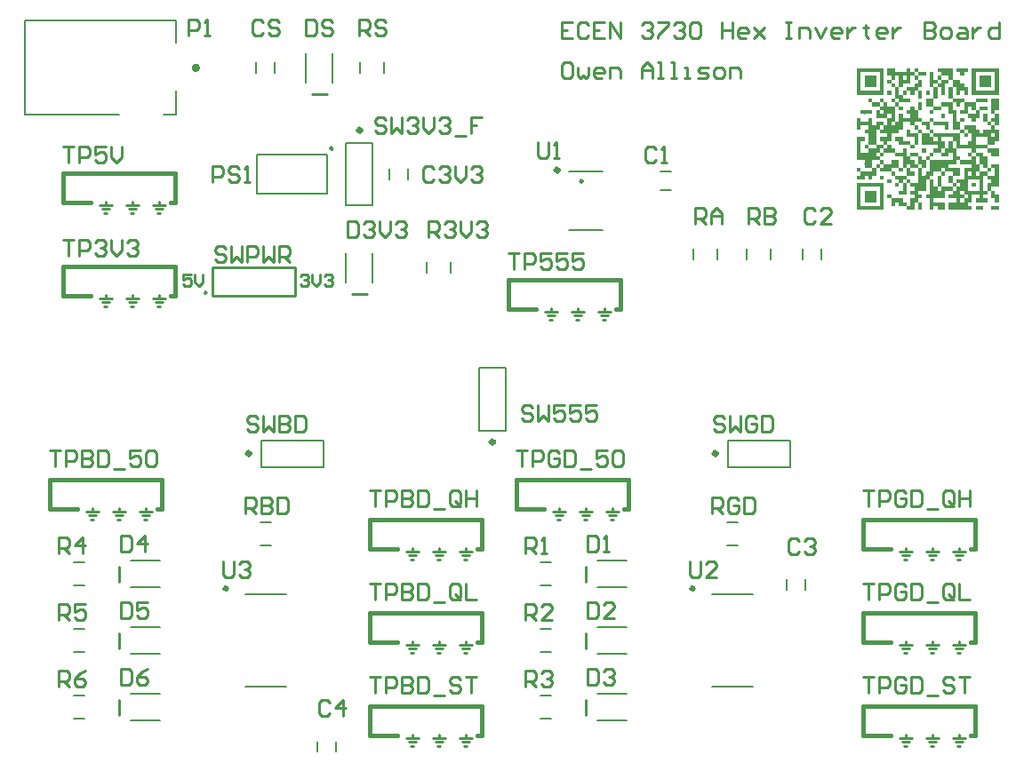
<source format=gto>
G04*
G04 #@! TF.GenerationSoftware,Altium Limited,Altium Designer,25.2.1 (25)*
G04*
G04 Layer_Color=65535*
%FSLAX25Y25*%
%MOIN*%
G70*
G04*
G04 #@! TF.SameCoordinates,99A0EC09-0DB1-4406-8349-B672291F68DE*
G04*
G04*
G04 #@! TF.FilePolarity,Positive*
G04*
G01*
G75*
%ADD10C,0.02000*%
%ADD11C,0.01575*%
%ADD12C,0.01500*%
%ADD13C,0.00600*%
%ADD14C,0.01000*%
%ADD15C,0.01181*%
%ADD16C,0.00787*%
%ADD17C,0.00500*%
%ADD18C,0.00787*%
G36*
X336802Y268376D02*
X338277D01*
Y266901D01*
X339693D01*
Y265485D01*
X341109D01*
Y264069D01*
X341168D01*
Y264010D01*
X341109D01*
Y262594D01*
X339693D01*
Y261178D01*
X341109D01*
Y259762D01*
X341168D01*
Y259703D01*
X341109D01*
Y258287D01*
X339693D01*
Y259172D01*
Y259231D01*
Y261178D01*
X338277D01*
Y259703D01*
X336802D01*
Y261178D01*
X335386D01*
Y262594D01*
X338218D01*
Y262653D01*
X338277D01*
Y263420D01*
Y263479D01*
Y264069D01*
X339693D01*
Y265485D01*
X338277D01*
Y266252D01*
Y266311D01*
Y266901D01*
X336802D01*
Y264069D01*
X333970D01*
Y264010D01*
X333911D01*
Y262594D01*
X332495D01*
Y263420D01*
Y263479D01*
Y266901D01*
X331079D01*
Y265485D01*
X329604D01*
Y266901D01*
X328188D01*
Y269792D01*
X331079D01*
Y268376D01*
X335386D01*
Y269792D01*
X336802D01*
Y268376D01*
D02*
G37*
G36*
X358396D02*
X356980D01*
Y266901D01*
X355505D01*
Y268376D01*
X354089D01*
Y269792D01*
X358396D01*
Y268376D01*
D02*
G37*
G36*
X339693D02*
X342584D01*
Y266901D01*
X339693D01*
Y268376D01*
X338277D01*
Y269674D01*
Y269733D01*
Y269792D01*
X339693D01*
Y268376D01*
D02*
G37*
G36*
X369901Y259762D02*
X359871D01*
Y269792D01*
X369901D01*
Y259762D01*
D02*
G37*
G36*
X326713D02*
X316683D01*
Y269792D01*
X326713D01*
Y259762D01*
D02*
G37*
G36*
X352673Y265485D02*
X355505D01*
Y264069D01*
X356980D01*
Y262594D01*
X358396D01*
Y259703D01*
X356980D01*
Y261178D01*
X355505D01*
Y259703D01*
X354089D01*
Y262594D01*
X352673D01*
Y261768D01*
Y261709D01*
Y258287D01*
X356980D01*
Y256871D01*
X361287D01*
Y253980D01*
X362703D01*
Y251089D01*
X361287D01*
Y249673D01*
X359812D01*
Y251089D01*
X358396D01*
Y252564D01*
X356980D01*
Y252505D01*
X356921D01*
Y252564D01*
X355505D01*
Y253980D01*
X356980D01*
Y255396D01*
X356921D01*
Y255455D01*
X356980D01*
Y256812D01*
X356921D01*
Y256871D01*
X355564D01*
Y256812D01*
X355505D01*
Y255396D01*
X354089D01*
Y256871D01*
X352673D01*
Y258287D01*
X351198D01*
Y262594D01*
X352614D01*
Y262653D01*
X352673D01*
Y264010D01*
X352614D01*
Y264069D01*
X352673D01*
Y265485D01*
X351198D01*
Y266901D01*
X348307D01*
Y268081D01*
Y268140D01*
Y268376D01*
X346891D01*
Y269792D01*
X352673D01*
Y265485D01*
D02*
G37*
G36*
X345475Y265544D02*
Y265485D01*
X346891D01*
Y264069D01*
X348307D01*
Y265485D01*
X346891D01*
Y265898D01*
Y265957D01*
Y266901D01*
X348307D01*
Y265485D01*
X351198D01*
Y264069D01*
X349782D01*
Y259703D01*
X348307D01*
Y262594D01*
X346891D01*
Y264069D01*
X345475D01*
Y262594D01*
X346891D01*
Y259703D01*
Y259644D01*
Y258287D01*
X345475D01*
Y259703D01*
X345416D01*
Y259762D01*
X345475D01*
Y262594D01*
X344000D01*
Y268376D01*
X345475D01*
Y265544D01*
D02*
G37*
G36*
X344000Y259703D02*
X342584D01*
Y261178D01*
X344000D01*
Y259703D01*
D02*
G37*
G36*
X335386Y260942D02*
Y260883D01*
Y259703D01*
X333911D01*
Y261178D01*
X335386D01*
Y260942D01*
D02*
G37*
G36*
X329604Y259703D02*
X328188D01*
Y261178D01*
X329604D01*
Y259703D01*
D02*
G37*
G36*
X365594Y256871D02*
X364178D01*
Y256812D01*
X364119D01*
Y256871D01*
X361287D01*
Y257815D01*
Y257874D01*
Y258287D01*
X365594D01*
Y256871D01*
D02*
G37*
G36*
X329604Y265190D02*
Y265131D01*
Y264069D01*
X331079D01*
Y263184D01*
Y263125D01*
Y262594D01*
X332495D01*
Y259762D01*
X332554D01*
Y259703D01*
X333911D01*
Y258346D01*
X333970D01*
Y258287D01*
X336802D01*
Y256871D01*
X333970D01*
Y256812D01*
X333911D01*
Y256871D01*
X332495D01*
Y258287D01*
X331079D01*
Y259703D01*
X331020D01*
Y259762D01*
X331079D01*
Y262594D01*
X329604D01*
Y264069D01*
X328188D01*
Y265485D01*
X329604D01*
Y265190D01*
D02*
G37*
G36*
X364178Y255396D02*
X365594D01*
Y254334D01*
Y254275D01*
Y253980D01*
X362703D01*
Y255396D01*
X364119D01*
Y255455D01*
X364178D01*
Y255396D01*
D02*
G37*
G36*
X345475Y255514D02*
Y255455D01*
Y255396D01*
X348307D01*
Y253980D01*
X345475D01*
Y255396D01*
X342584D01*
Y258287D01*
X345475D01*
Y255514D01*
D02*
G37*
G36*
X341109Y256222D02*
Y256163D01*
Y255455D01*
X341168D01*
Y255396D01*
X341109D01*
Y253980D01*
X339693D01*
Y256871D01*
X341109D01*
Y256222D01*
D02*
G37*
G36*
X345475Y252564D02*
X344000D01*
Y253980D01*
X345475D01*
Y252564D01*
D02*
G37*
G36*
X322406Y253921D02*
Y252564D01*
X319574D01*
Y252505D01*
X319515D01*
Y252564D01*
X318099D01*
Y253980D01*
X322406D01*
Y253921D01*
D02*
G37*
G36*
X349782Y251089D02*
X348307D01*
Y252564D01*
X349782D01*
Y251089D01*
D02*
G37*
G36*
X369901Y253980D02*
X368485D01*
Y252564D01*
X369901D01*
Y248198D01*
X368485D01*
Y249673D01*
X367069D01*
Y249614D01*
X367010D01*
Y248257D01*
X367069D01*
Y248198D01*
X368485D01*
Y246782D01*
X369901D01*
Y242475D01*
X368485D01*
Y241000D01*
X365594D01*
Y243891D01*
X361287D01*
Y241000D01*
X362703D01*
Y241059D01*
X362762D01*
Y241000D01*
X364119D01*
Y241059D01*
X364178D01*
Y241000D01*
X365594D01*
Y239584D01*
X369901D01*
Y237460D01*
Y237401D01*
Y236693D01*
X367010D01*
Y238168D01*
X365594D01*
Y239584D01*
X361287D01*
Y238168D01*
X364178D01*
Y236693D01*
X365594D01*
Y232386D01*
X367010D01*
Y231147D01*
Y231088D01*
Y230970D01*
X365594D01*
Y232386D01*
X364178D01*
Y233802D01*
X362703D01*
Y236693D01*
X361287D01*
Y238168D01*
X359871D01*
Y238109D01*
X359812D01*
Y236752D01*
X359871D01*
Y236693D01*
X361287D01*
Y233802D01*
X362703D01*
Y230970D01*
X365594D01*
Y229495D01*
X367010D01*
Y229554D01*
X367069D01*
Y229495D01*
X368426D01*
Y229554D01*
X368485D01*
Y232386D01*
X367010D01*
Y233802D01*
X368426D01*
Y233861D01*
X368485D01*
Y233802D01*
X369901D01*
Y225188D01*
X367010D01*
Y223772D01*
X368485D01*
Y222297D01*
X369901D01*
Y219465D01*
X368485D01*
Y220881D01*
X367010D01*
Y223772D01*
X365594D01*
Y226663D01*
X367010D01*
Y228079D01*
X365594D01*
Y229495D01*
X364178D01*
Y223772D01*
X365594D01*
Y222297D01*
X364178D01*
Y220881D01*
X365594D01*
Y219465D01*
X364178D01*
Y219406D01*
X364119D01*
Y219465D01*
X362762D01*
Y219406D01*
X362703D01*
Y219465D01*
X361287D01*
Y220881D01*
X362703D01*
Y222297D01*
X359812D01*
Y220881D01*
X359871D01*
Y220822D01*
X359812D01*
Y219465D01*
X358455D01*
Y219406D01*
X358396D01*
Y217990D01*
X359812D01*
Y216574D01*
X351198D01*
Y219465D01*
X354089D01*
Y220881D01*
X351198D01*
Y222297D01*
X352614D01*
Y222356D01*
X352673D01*
Y223713D01*
X352614D01*
Y223772D01*
X349782D01*
Y220881D01*
X345475D01*
Y219465D01*
X349782D01*
Y216574D01*
X346891D01*
Y217990D01*
X345475D01*
Y216574D01*
X344000D01*
Y220881D01*
X342584D01*
Y222297D01*
X344000D01*
Y228079D01*
X342584D01*
Y223772D01*
X339693D01*
Y222297D01*
X341109D01*
Y220881D01*
X339693D01*
Y219465D01*
X341109D01*
Y218049D01*
X341168D01*
Y217990D01*
X341109D01*
Y216574D01*
X339693D01*
Y219465D01*
X338277D01*
Y216574D01*
X335386D01*
Y217990D01*
X332495D01*
Y219111D01*
Y219170D01*
Y219465D01*
X331079D01*
Y217990D01*
X329604D01*
Y220881D01*
X328188D01*
Y222297D01*
X329604D01*
Y220881D01*
X333911D01*
Y219465D01*
X335386D01*
Y217990D01*
X336802D01*
Y220881D01*
X338277D01*
Y222297D01*
X336802D01*
Y223772D01*
X338277D01*
Y225188D01*
X336802D01*
Y226663D01*
X335386D01*
Y228079D01*
X333970D01*
Y228020D01*
X333911D01*
Y226781D01*
Y226722D01*
Y226663D01*
X335386D01*
Y223536D01*
Y223477D01*
Y222297D01*
X332495D01*
Y223772D01*
X333911D01*
Y226663D01*
X332554D01*
Y226604D01*
X332495D01*
Y225188D01*
X331079D01*
Y226663D01*
X332495D01*
Y228079D01*
X331079D01*
Y229495D01*
X329604D01*
Y230970D01*
X326772D01*
Y230911D01*
X326713D01*
Y230970D01*
X325297D01*
Y232386D01*
X323881D01*
Y233802D01*
X325297D01*
Y232386D01*
X326713D01*
Y232445D01*
X326772D01*
Y232563D01*
Y232622D01*
Y233802D01*
X325297D01*
Y234215D01*
Y234274D01*
Y235277D01*
X322465D01*
Y235218D01*
X322406D01*
Y233861D01*
X322465D01*
Y233802D01*
X322406D01*
Y232386D01*
X323881D01*
Y231442D01*
Y231383D01*
Y229495D01*
X322406D01*
Y228079D01*
X320990D01*
Y229495D01*
X319574D01*
Y228079D01*
X316683D01*
Y229495D01*
X318099D01*
Y230970D01*
X316683D01*
Y232032D01*
Y232091D01*
Y232386D01*
X318099D01*
Y230970D01*
X322406D01*
Y232386D01*
X319574D01*
Y233802D01*
X319515D01*
Y233861D01*
X319574D01*
Y235218D01*
X319515D01*
Y235277D01*
X316683D01*
Y243891D01*
X319574D01*
Y242475D01*
X318099D01*
Y238168D01*
X320990D01*
Y239584D01*
X319574D01*
Y241000D01*
X320990D01*
Y239584D01*
X323881D01*
Y241000D01*
X320990D01*
Y245366D01*
X319574D01*
Y246782D01*
X320990D01*
Y248198D01*
X318099D01*
Y246782D01*
X316683D01*
Y247549D01*
Y247608D01*
Y251089D01*
X318099D01*
Y249673D01*
X320990D01*
Y251089D01*
X322406D01*
Y249673D01*
X322465D01*
Y249614D01*
X322406D01*
Y248257D01*
X322465D01*
Y248198D01*
X323822D01*
Y248257D01*
X323881D01*
Y249673D01*
X326772D01*
Y248198D01*
X328188D01*
Y251089D01*
X323881D01*
Y253980D01*
X325297D01*
Y252564D01*
X326772D01*
Y253921D01*
X326713D01*
Y253980D01*
X325297D01*
Y255396D01*
X322406D01*
Y256871D01*
X320990D01*
Y257756D01*
Y257815D01*
Y258287D01*
X322406D01*
Y256871D01*
X325297D01*
Y255396D01*
X326713D01*
Y255455D01*
X326772D01*
Y256812D01*
X326713D01*
Y256871D01*
X325297D01*
Y258287D01*
X326772D01*
Y256871D01*
X328188D01*
Y255396D01*
X329604D01*
Y255455D01*
X329663D01*
Y255396D01*
X331020D01*
Y255455D01*
X331079D01*
Y256812D01*
X331020D01*
Y256871D01*
X329604D01*
Y258287D01*
X331079D01*
Y256871D01*
X332495D01*
Y255396D01*
X333911D01*
Y255278D01*
Y255219D01*
Y253980D01*
X332495D01*
Y255396D01*
X331079D01*
Y249673D01*
X332495D01*
Y252564D01*
X333911D01*
Y251148D01*
X333970D01*
Y251089D01*
X336802D01*
Y252564D01*
X335386D01*
Y253980D01*
X336802D01*
Y255396D01*
X338277D01*
Y253980D01*
X339693D01*
Y251089D01*
X341109D01*
Y249673D01*
X344000D01*
Y246782D01*
X345475D01*
Y245366D01*
X355505D01*
Y246782D01*
X352673D01*
Y248198D01*
X352614D01*
Y248257D01*
X352673D01*
Y249614D01*
X352614D01*
Y249673D01*
X352673D01*
Y251089D01*
X352614D01*
Y251148D01*
X352673D01*
Y252505D01*
X352614D01*
Y252564D01*
X351198D01*
Y255396D01*
X348307D01*
Y256871D01*
X352673D01*
Y253980D01*
X354089D01*
Y249673D01*
X355505D01*
Y248257D01*
X355564D01*
Y248198D01*
X355505D01*
Y246782D01*
X356980D01*
Y245366D01*
X358396D01*
Y243891D01*
X356980D01*
Y245307D01*
X356921D01*
Y245366D01*
X355564D01*
Y245307D01*
X355505D01*
Y241059D01*
X355564D01*
Y241000D01*
X356921D01*
Y241059D01*
X356980D01*
Y241000D01*
X358396D01*
Y242475D01*
X359812D01*
Y245366D01*
X358396D01*
Y246782D01*
X356980D01*
Y248198D01*
X359812D01*
Y248257D01*
X359871D01*
Y248198D01*
X361287D01*
Y246782D01*
X362703D01*
Y245366D01*
X364178D01*
Y246782D01*
X367010D01*
Y248198D01*
X365594D01*
Y249673D01*
X364178D01*
Y252564D01*
X365594D01*
Y250381D01*
Y250322D01*
Y249673D01*
X367010D01*
Y251089D01*
X368485D01*
Y252505D01*
X368426D01*
Y252564D01*
X367010D01*
Y258287D01*
X369901D01*
Y253980D01*
D02*
G37*
G36*
X356980Y250204D02*
Y250145D01*
Y249673D01*
X355505D01*
Y251089D01*
X356980D01*
Y250204D01*
D02*
G37*
G36*
X345475Y249673D02*
X351198D01*
Y247431D01*
Y247372D01*
Y246782D01*
X349782D01*
Y248198D01*
X345475D01*
Y249614D01*
X345416D01*
Y249673D01*
X344000D01*
Y251089D01*
X345475D01*
Y249673D01*
D02*
G37*
G36*
X326772Y228846D02*
Y228787D01*
Y228079D01*
X325297D01*
Y229495D01*
X326772D01*
Y228846D01*
D02*
G37*
G36*
X329604Y226663D02*
X328188D01*
Y228079D01*
X329604D01*
Y226663D01*
D02*
G37*
G36*
X369901Y216574D02*
X367010D01*
Y217990D01*
X369901D01*
Y216574D01*
D02*
G37*
G36*
X364178Y216987D02*
Y216928D01*
Y216574D01*
X361287D01*
Y217990D01*
X364178D01*
Y216987D01*
D02*
G37*
G36*
X326713Y216574D02*
X316683D01*
Y226604D01*
X326713D01*
Y216574D01*
D02*
G37*
%LPC*%
G36*
X335386Y266901D02*
X333911D01*
Y265544D01*
X333970D01*
Y265485D01*
X335386D01*
Y266901D01*
D02*
G37*
G36*
X368485Y268376D02*
X361287D01*
Y261178D01*
X368485D01*
Y261473D01*
Y261532D01*
Y268376D01*
D02*
G37*
%LPD*%
G36*
X367010Y266370D02*
Y266311D01*
Y262594D01*
X362703D01*
Y266901D01*
X367010D01*
Y266370D01*
D02*
G37*
%LPC*%
G36*
X325297Y268376D02*
X318099D01*
Y261178D01*
X325297D01*
Y268376D01*
D02*
G37*
%LPD*%
G36*
X323881Y262594D02*
X319574D01*
Y266901D01*
X323881D01*
Y262594D01*
D02*
G37*
%LPC*%
G36*
X359812Y255396D02*
X358396D01*
Y252564D01*
X361287D01*
Y253980D01*
X359812D01*
Y255396D01*
D02*
G37*
G36*
X329604Y252564D02*
X328188D01*
Y251089D01*
X329604D01*
Y252564D01*
D02*
G37*
G36*
X331079Y249673D02*
X329663D01*
Y249614D01*
X329604D01*
Y248257D01*
X329663D01*
Y248198D01*
X331020D01*
Y248257D01*
X331079D01*
Y249673D01*
D02*
G37*
G36*
X326772Y248198D02*
X325297D01*
Y246782D01*
X326772D01*
Y248198D01*
D02*
G37*
G36*
X341109Y249673D02*
X338277D01*
Y248198D01*
X339693D01*
Y248021D01*
Y247962D01*
Y246782D01*
X341109D01*
Y245366D01*
X344000D01*
Y246782D01*
X342584D01*
Y248198D01*
X341109D01*
Y249673D01*
D02*
G37*
G36*
X336802D02*
X333970D01*
Y249614D01*
X333911D01*
Y248257D01*
X333970D01*
Y248198D01*
X333911D01*
Y246782D01*
X332495D01*
Y245366D01*
X331079D01*
Y245307D01*
X331020D01*
Y245366D01*
X329663D01*
Y245307D01*
X329604D01*
Y242475D01*
X328188D01*
Y241000D01*
X329604D01*
Y239584D01*
X331079D01*
Y238168D01*
X333911D01*
Y239584D01*
X335386D01*
Y236693D01*
X336802D01*
Y235277D01*
X338277D01*
Y233802D01*
X339693D01*
Y232386D01*
X341109D01*
Y230970D01*
X341168D01*
Y230911D01*
X341109D01*
Y229554D01*
X341168D01*
Y229495D01*
X342525D01*
Y229554D01*
X342584D01*
Y230970D01*
X344000D01*
Y235277D01*
X342584D01*
Y236693D01*
X344000D01*
Y235277D01*
X352673D01*
Y236693D01*
X352614D01*
Y236752D01*
X352673D01*
Y238109D01*
X352614D01*
Y238168D01*
X351257D01*
Y238109D01*
X351198D01*
Y236693D01*
X348307D01*
Y238168D01*
X345475D01*
Y239584D01*
X346891D01*
Y241000D01*
X341109D01*
Y245366D01*
X339693D01*
Y245543D01*
Y245602D01*
Y246782D01*
X338277D01*
Y248198D01*
X336802D01*
Y249673D01*
D02*
G37*
G36*
X368426Y245366D02*
X367069D01*
Y245307D01*
X367010D01*
Y243950D01*
X367069D01*
Y243891D01*
X368485D01*
Y244481D01*
Y244540D01*
Y245307D01*
X368426D01*
Y245366D01*
D02*
G37*
G36*
X345416D02*
X344059D01*
Y245307D01*
X344000D01*
Y243891D01*
X345416D01*
Y243950D01*
X345475D01*
Y245130D01*
Y245189D01*
Y245307D01*
X345416D01*
Y245366D01*
D02*
G37*
G36*
X346891Y243891D02*
X345475D01*
Y243124D01*
Y243065D01*
Y242475D01*
X346891D01*
Y243891D01*
D02*
G37*
G36*
X325297Y246782D02*
X323881D01*
Y241000D01*
X326713D01*
Y241059D01*
X326772D01*
Y242416D01*
X326713D01*
Y242475D01*
X325297D01*
Y243891D01*
X328188D01*
Y245307D01*
X328129D01*
Y245366D01*
X326772D01*
Y245307D01*
X326713D01*
Y245366D01*
X325297D01*
Y246782D01*
D02*
G37*
G36*
X328188Y241000D02*
X326772D01*
Y239584D01*
X328188D01*
Y241000D01*
D02*
G37*
G36*
X349782Y239584D02*
X348307D01*
Y238168D01*
X349782D01*
Y239584D01*
D02*
G37*
G36*
X326772D02*
X325297D01*
Y238168D01*
X326772D01*
Y236693D01*
X325297D01*
Y238168D01*
X323881D01*
Y236693D01*
X325297D01*
Y235277D01*
X326772D01*
Y233802D01*
X328129D01*
Y233861D01*
X328188D01*
Y233802D01*
X329604D01*
Y235277D01*
X332495D01*
Y232386D01*
X333911D01*
Y230970D01*
X332495D01*
Y232386D01*
X329604D01*
Y230970D01*
X331079D01*
Y229495D01*
X333911D01*
Y229554D01*
X333970D01*
Y229495D01*
X335386D01*
Y228079D01*
X336802D01*
Y226663D01*
X339693D01*
Y232386D01*
X336802D01*
Y233802D01*
X335386D01*
Y232386D01*
X336802D01*
Y230970D01*
X338277D01*
Y229495D01*
X335386D01*
Y231029D01*
Y231088D01*
Y232386D01*
X333911D01*
Y236693D01*
X331079D01*
Y238109D01*
X331020D01*
Y238168D01*
X329663D01*
Y238109D01*
X329604D01*
Y238168D01*
X326772D01*
Y239584D01*
D02*
G37*
G36*
X352673Y243891D02*
X348307D01*
Y242475D01*
X349782D01*
Y239584D01*
X351198D01*
Y242475D01*
X352673D01*
Y239584D01*
X354089D01*
Y236693D01*
X355505D01*
Y235277D01*
X359812D01*
Y236693D01*
X358396D01*
Y238168D01*
X359812D01*
Y239584D01*
X354089D01*
Y242475D01*
X352673D01*
Y243891D01*
D02*
G37*
G36*
X362703Y230970D02*
X361287D01*
Y229495D01*
X362703D01*
Y230970D01*
D02*
G37*
G36*
X359812D02*
X358396D01*
Y229495D01*
X359812D01*
Y230970D01*
D02*
G37*
G36*
X349782Y232386D02*
X348307D01*
Y230970D01*
X349782D01*
Y229495D01*
X348307D01*
Y230970D01*
X345475D01*
Y229495D01*
X344000D01*
Y228079D01*
X345475D01*
Y225188D01*
X346891D01*
Y223772D01*
X348307D01*
Y225188D01*
X346891D01*
Y229495D01*
X348307D01*
Y226663D01*
X348366D01*
Y226604D01*
X348307D01*
Y225188D01*
X352614D01*
Y225247D01*
X352673D01*
Y226604D01*
X352614D01*
Y226663D01*
X351198D01*
Y229495D01*
X352614D01*
Y229554D01*
X352673D01*
Y230911D01*
X352614D01*
Y230970D01*
X349782D01*
Y232386D01*
D02*
G37*
G36*
X355505Y235277D02*
X354089D01*
Y233802D01*
X351198D01*
Y232386D01*
X355505D01*
Y230970D01*
X355564D01*
Y230911D01*
X355505D01*
Y229495D01*
X352673D01*
Y226663D01*
X354089D01*
Y225188D01*
X355505D01*
Y226663D01*
X354089D01*
Y228079D01*
X356980D01*
Y229495D01*
X356921D01*
Y229554D01*
X356980D01*
Y230911D01*
X356921D01*
Y230970D01*
X356980D01*
Y232386D01*
X359812D01*
Y233802D01*
X355505D01*
Y235277D01*
D02*
G37*
G36*
X362703Y228079D02*
X358396D01*
Y223772D01*
X362703D01*
Y228079D01*
D02*
G37*
G36*
X354089Y225188D02*
X352673D01*
Y223772D01*
X354089D01*
Y225188D01*
D02*
G37*
G36*
X356921Y223772D02*
X355564D01*
Y223713D01*
X355505D01*
Y223241D01*
Y223182D01*
Y222356D01*
X355564D01*
Y222297D01*
X356921D01*
Y222356D01*
X356980D01*
Y223713D01*
X356921D01*
Y223772D01*
D02*
G37*
G36*
X358396Y222297D02*
X356980D01*
Y221943D01*
Y221884D01*
Y220881D01*
X358396D01*
Y222297D01*
D02*
G37*
G36*
X356980Y220881D02*
X355505D01*
Y219465D01*
X356980D01*
Y220881D01*
D02*
G37*
%LPD*%
G36*
X336802Y245366D02*
X339693D01*
Y241000D01*
X338277D01*
Y239584D01*
X336802D01*
Y241000D01*
X332495D01*
Y242475D01*
X331079D01*
Y243891D01*
X333911D01*
Y242475D01*
X336802D01*
Y241059D01*
X336861D01*
Y241000D01*
X338218D01*
Y241059D01*
X338277D01*
Y243891D01*
X335386D01*
Y246782D01*
X336802D01*
Y245366D01*
D02*
G37*
G36*
X342584Y238168D02*
X341109D01*
Y239053D01*
Y239112D01*
Y239584D01*
X342584D01*
Y238168D01*
D02*
G37*
G36*
X345475Y237991D02*
Y237932D01*
Y236693D01*
X344000D01*
Y238168D01*
X345475D01*
Y237991D01*
D02*
G37*
G36*
X339693Y236693D02*
X341109D01*
Y235277D01*
X342584D01*
Y232386D01*
X341109D01*
Y233271D01*
Y233330D01*
Y233802D01*
X339693D01*
Y236693D01*
X336802D01*
Y238168D01*
X339693D01*
Y236693D01*
D02*
G37*
G36*
X361287Y226486D02*
Y226427D01*
Y225188D01*
X359812D01*
Y226663D01*
X361287D01*
Y226486D01*
D02*
G37*
%LPC*%
G36*
X325297Y225188D02*
X318099D01*
Y217990D01*
X325297D01*
Y225188D01*
D02*
G37*
%LPD*%
G36*
X323881Y219465D02*
X319574D01*
Y223772D01*
X323881D01*
Y219465D01*
D02*
G37*
D10*
X180500Y129500D02*
G03*
X180500Y129500I-500J0D01*
G01*
X130656Y246411D02*
G03*
X130656Y246411I-500J0D01*
G01*
X264089Y125155D02*
G03*
X264089Y125155I-500J0D01*
G01*
X89089D02*
G03*
X89089Y125155I-500J0D01*
G01*
X204764Y231500D02*
G03*
X204764Y231500I-492J0D01*
G01*
D11*
X69609Y269900D02*
G03*
X69609Y269900I-787J0D01*
G01*
D12*
X255500Y74500D02*
G03*
X255500Y74500I-500J0D01*
G01*
X80500D02*
G03*
X80500Y74500I-500J0D01*
G01*
X319000Y65500D02*
X361000D01*
Y54500D02*
Y65500D01*
X359500Y54500D02*
X361000D01*
X319000D02*
Y65500D01*
Y54500D02*
X329500D01*
X319000Y100500D02*
X361000D01*
Y89500D02*
Y100500D01*
X359500Y89500D02*
X361000D01*
X319000D02*
Y100500D01*
Y89500D02*
X329500D01*
X319000Y30500D02*
X361000D01*
Y19500D02*
Y30500D01*
X359500Y19500D02*
X361000D01*
X319000D02*
Y30500D01*
Y19500D02*
X329500D01*
X189000Y115500D02*
X231000D01*
Y104500D02*
Y115500D01*
X229500Y104500D02*
X231000D01*
X189000D02*
Y115500D01*
Y104500D02*
X199500D01*
X19000Y195500D02*
X61000D01*
Y184500D02*
Y195500D01*
X59500Y184500D02*
X61000D01*
X19000D02*
Y195500D01*
Y184500D02*
X29500D01*
X19000Y230500D02*
X61000D01*
Y219500D02*
Y230500D01*
X59500Y219500D02*
X61000D01*
X19000D02*
Y230500D01*
Y219500D02*
X29500D01*
X186000Y190500D02*
X228000D01*
Y179500D02*
Y190500D01*
X226500Y179500D02*
X228000D01*
X186000D02*
Y190500D01*
Y179500D02*
X196500D01*
X14000Y115500D02*
X56000D01*
Y104500D02*
Y115500D01*
X54500Y104500D02*
X56000D01*
X14000D02*
Y115500D01*
Y104500D02*
X24500D01*
X134000Y100500D02*
X176000D01*
Y89500D02*
Y100500D01*
X174500Y89500D02*
X176000D01*
X134000D02*
Y100500D01*
Y89500D02*
X144500D01*
X134000Y65500D02*
X176000D01*
Y54500D02*
Y65500D01*
X174500Y54500D02*
X176000D01*
X134000D02*
Y65500D01*
Y54500D02*
X144500D01*
X134000Y30500D02*
X176000D01*
Y19500D02*
Y30500D01*
X174500Y19500D02*
X176000D01*
X134000D02*
Y30500D01*
Y19500D02*
X144500D01*
D13*
X120207Y239606D02*
G03*
X120207Y239606I-707J0D01*
G01*
X114500Y13200D02*
Y17000D01*
X121500Y13200D02*
Y17000D01*
X290500Y74100D02*
Y77900D01*
X297500Y74100D02*
Y77900D01*
X91800Y237300D02*
X118200D01*
Y222700D02*
Y237300D01*
X91800Y222700D02*
X118200D01*
X91800D02*
Y237300D01*
X219400Y24882D02*
X230400D01*
X219300Y35118D02*
X230300D01*
X44400Y24882D02*
X55400D01*
X44300Y35118D02*
X55300D01*
X198100Y34488D02*
X201900D01*
X198100Y25512D02*
X201900D01*
X23100Y34488D02*
X26900D01*
X23100Y25512D02*
X26900D01*
X198100Y59488D02*
X201900D01*
X198100Y50512D02*
X201900D01*
X219400Y49882D02*
X230400D01*
X219300Y60118D02*
X230300D01*
X98500Y268100D02*
Y271900D01*
X91500Y268100D02*
Y271900D01*
X120118Y264400D02*
Y275400D01*
X109882Y264300D02*
Y275300D01*
X130512Y268100D02*
Y271900D01*
X139488Y268100D02*
Y271900D01*
X275512Y198100D02*
Y201900D01*
X284488Y198100D02*
Y201900D01*
X93100Y99488D02*
X96900D01*
X93100Y90512D02*
X96900D01*
X255512Y198100D02*
Y201900D01*
X264488Y198100D02*
Y201900D01*
X135118Y189400D02*
Y200400D01*
X124882Y189300D02*
Y200300D01*
X155512Y193100D02*
Y196900D01*
X164488Y193100D02*
Y196900D01*
X44400Y74882D02*
X55400D01*
X44300Y85118D02*
X55300D01*
X44400Y49882D02*
X55400D01*
X44300Y60118D02*
X55300D01*
X23100Y84488D02*
X26900D01*
X23100Y75512D02*
X26900D01*
X23100Y59488D02*
X26900D01*
X23100Y50512D02*
X26900D01*
X198100Y84488D02*
X201900D01*
X198100Y75512D02*
X201900D01*
X219400Y74882D02*
X230400D01*
X219300Y85118D02*
X230300D01*
X268100Y99488D02*
X271900D01*
X268100Y90512D02*
X271900D01*
X148500Y228100D02*
Y231900D01*
X141500Y228100D02*
Y231900D01*
X243100Y231000D02*
X246900D01*
X243100Y224000D02*
X246900D01*
X303500Y198100D02*
Y201900D01*
X296500Y198100D02*
Y201900D01*
D14*
X72894Y185504D02*
G03*
X72894Y185504I-394J0D01*
G01*
X354523Y50500D02*
X355250D01*
X353750Y52000D02*
X356250D01*
X355000Y53500D02*
Y54527D01*
X352750Y53500D02*
X357250D01*
X344523Y50500D02*
X345250D01*
X343750Y52000D02*
X346250D01*
X345000Y53500D02*
Y54527D01*
X342750Y53500D02*
X347250D01*
X334523Y50500D02*
X335250D01*
X333750Y52000D02*
X336250D01*
X335000Y53500D02*
Y54527D01*
X332750Y53500D02*
X337250D01*
X354523Y85500D02*
X355250D01*
X353750Y87000D02*
X356250D01*
X355000Y88500D02*
Y89527D01*
X352750Y88500D02*
X357250D01*
X344523Y85500D02*
X345250D01*
X343750Y87000D02*
X346250D01*
X345000Y88500D02*
Y89527D01*
X342750Y88500D02*
X347250D01*
X334523Y85500D02*
X335250D01*
X333750Y87000D02*
X336250D01*
X335000Y88500D02*
Y89527D01*
X332750Y88500D02*
X337250D01*
X354523Y15500D02*
X355250D01*
X353750Y17000D02*
X356250D01*
X355000Y18500D02*
Y19527D01*
X352750Y18500D02*
X357250D01*
X344523Y15500D02*
X345250D01*
X343750Y17000D02*
X346250D01*
X345000Y18500D02*
Y19527D01*
X342750Y18500D02*
X347250D01*
X334523Y15500D02*
X335250D01*
X333750Y17000D02*
X336250D01*
X335000Y18500D02*
Y19527D01*
X332750Y18500D02*
X337250D01*
X75000Y184500D02*
X106000D01*
X75000D02*
Y195000D01*
X106000Y184500D02*
Y195000D01*
X75000D02*
X106000D01*
X224523Y100500D02*
X225250D01*
X223750Y102000D02*
X226250D01*
X225000Y103500D02*
Y104527D01*
X222750Y103500D02*
X227250D01*
X214523Y100500D02*
X215250D01*
X213750Y102000D02*
X216250D01*
X215000Y103500D02*
Y104527D01*
X212750Y103500D02*
X217250D01*
X204523Y100500D02*
X205250D01*
X203750Y102000D02*
X206250D01*
X205000Y103500D02*
Y104527D01*
X202750Y103500D02*
X207250D01*
X54523Y180500D02*
X55250D01*
X53750Y182000D02*
X56250D01*
X55000Y183500D02*
Y184527D01*
X52750Y183500D02*
X57250D01*
X44523Y180500D02*
X45250D01*
X43750Y182000D02*
X46250D01*
X45000Y183500D02*
Y184527D01*
X42750Y183500D02*
X47250D01*
X34523Y180500D02*
X35250D01*
X33750Y182000D02*
X36250D01*
X35000Y183500D02*
Y184527D01*
X32750Y183500D02*
X37250D01*
X54523Y215500D02*
X55250D01*
X53750Y217000D02*
X56250D01*
X55000Y218500D02*
Y219527D01*
X52750Y218500D02*
X57250D01*
X44523Y215500D02*
X45250D01*
X43750Y217000D02*
X46250D01*
X45000Y218500D02*
Y219527D01*
X42750Y218500D02*
X47250D01*
X34523Y215500D02*
X35250D01*
X33750Y217000D02*
X36250D01*
X35000Y218500D02*
Y219527D01*
X32750Y218500D02*
X37250D01*
X221523Y175500D02*
X222250D01*
X220750Y177000D02*
X223250D01*
X222000Y178500D02*
Y179527D01*
X219750Y178500D02*
X224250D01*
X211523Y175500D02*
X212250D01*
X210750Y177000D02*
X213250D01*
X212000Y178500D02*
Y179527D01*
X209750Y178500D02*
X214250D01*
X201523Y175500D02*
X202250D01*
X200750Y177000D02*
X203250D01*
X202000Y178500D02*
Y179527D01*
X199750Y178500D02*
X204250D01*
X49523Y100500D02*
X50250D01*
X48750Y102000D02*
X51250D01*
X50000Y103500D02*
Y104527D01*
X47750Y103500D02*
X52250D01*
X39523Y100500D02*
X40250D01*
X38750Y102000D02*
X41250D01*
X40000Y103500D02*
Y104527D01*
X37750Y103500D02*
X42250D01*
X29523Y100500D02*
X30250D01*
X28750Y102000D02*
X31250D01*
X30000Y103500D02*
Y104527D01*
X27750Y103500D02*
X32250D01*
X215100Y27000D02*
Y32600D01*
X40100Y27000D02*
Y32600D01*
X215100Y52000D02*
Y57600D01*
X112400Y260100D02*
X118000D01*
X127400Y185100D02*
X133000D01*
X40100Y77000D02*
Y82600D01*
Y52000D02*
Y57600D01*
X215100Y77000D02*
Y82600D01*
X169523Y85500D02*
X170250D01*
X168750Y87000D02*
X171250D01*
X170000Y88500D02*
Y89527D01*
X167750Y88500D02*
X172250D01*
X159523Y85500D02*
X160250D01*
X158750Y87000D02*
X161250D01*
X160000Y88500D02*
Y89527D01*
X157750Y88500D02*
X162250D01*
X149523Y85500D02*
X150250D01*
X148750Y87000D02*
X151250D01*
X150000Y88500D02*
Y89527D01*
X147750Y88500D02*
X152250D01*
X169523Y50500D02*
X170250D01*
X168750Y52000D02*
X171250D01*
X170000Y53500D02*
Y54527D01*
X167750Y53500D02*
X172250D01*
X159523Y50500D02*
X160250D01*
X158750Y52000D02*
X161250D01*
X160000Y53500D02*
Y54527D01*
X157750Y53500D02*
X162250D01*
X149523Y50500D02*
X150250D01*
X148750Y52000D02*
X151250D01*
X150000Y53500D02*
Y54527D01*
X147750Y53500D02*
X152250D01*
X169523Y15500D02*
X170250D01*
X168750Y17000D02*
X171250D01*
X170000Y18500D02*
Y19527D01*
X167750Y18500D02*
X172250D01*
X159523Y15500D02*
X160250D01*
X158750Y17000D02*
X161250D01*
X160000Y18500D02*
Y19527D01*
X157750Y18500D02*
X162250D01*
X149523Y15500D02*
X150250D01*
X148750Y17000D02*
X151250D01*
X150000Y18500D02*
Y19527D01*
X147750Y18500D02*
X152250D01*
X108000Y191749D02*
X108750Y192499D01*
X110249D01*
X110999Y191749D01*
Y190999D01*
X110249Y190249D01*
X109500D01*
X110249D01*
X110999Y189499D01*
Y188750D01*
X110249Y188000D01*
X108750D01*
X108000Y188750D01*
X112499Y192499D02*
Y189499D01*
X113998Y188000D01*
X115498Y189499D01*
Y192499D01*
X116997Y191749D02*
X117747Y192499D01*
X119246D01*
X119996Y191749D01*
Y190999D01*
X119246Y190249D01*
X118497D01*
X119246D01*
X119996Y189499D01*
Y188750D01*
X119246Y188000D01*
X117747D01*
X116997Y188750D01*
X66999Y192499D02*
X64000D01*
Y190249D01*
X65500Y190999D01*
X66249D01*
X66999Y190249D01*
Y188750D01*
X66249Y188000D01*
X64750D01*
X64000Y188750D01*
X68499Y192499D02*
Y189499D01*
X69998Y188000D01*
X71498Y189499D01*
Y192499D01*
X209999Y286998D02*
X206000D01*
Y281000D01*
X209999D01*
X206000Y283999D02*
X207999D01*
X215997Y285998D02*
X214997Y286998D01*
X212998D01*
X211998Y285998D01*
Y282000D01*
X212998Y281000D01*
X214997D01*
X215997Y282000D01*
X221995Y286998D02*
X217996D01*
Y281000D01*
X221995D01*
X217996Y283999D02*
X219995D01*
X223994Y281000D02*
Y286998D01*
X227993Y281000D01*
Y286998D01*
X235990Y285998D02*
X236990Y286998D01*
X238989D01*
X239989Y285998D01*
Y284999D01*
X238989Y283999D01*
X237990D01*
X238989D01*
X239989Y282999D01*
Y282000D01*
X238989Y281000D01*
X236990D01*
X235990Y282000D01*
X241988Y286998D02*
X245987D01*
Y285998D01*
X241988Y282000D01*
Y281000D01*
X247986Y285998D02*
X248986Y286998D01*
X250985D01*
X251985Y285998D01*
Y284999D01*
X250985Y283999D01*
X249986D01*
X250985D01*
X251985Y282999D01*
Y282000D01*
X250985Y281000D01*
X248986D01*
X247986Y282000D01*
X253984Y285998D02*
X254984Y286998D01*
X256983D01*
X257983Y285998D01*
Y282000D01*
X256983Y281000D01*
X254984D01*
X253984Y282000D01*
Y285998D01*
X265981Y286998D02*
Y281000D01*
Y283999D01*
X269979D01*
Y286998D01*
Y281000D01*
X274978D02*
X272978D01*
X271979Y282000D01*
Y283999D01*
X272978Y284999D01*
X274978D01*
X275977Y283999D01*
Y282999D01*
X271979D01*
X277977Y284999D02*
X281975Y281000D01*
X279976Y282999D01*
X281975Y284999D01*
X277977Y281000D01*
X289973Y286998D02*
X291972D01*
X290972D01*
Y281000D01*
X289973D01*
X291972D01*
X294971D02*
Y284999D01*
X297970D01*
X298970Y283999D01*
Y281000D01*
X300969Y284999D02*
X302969Y281000D01*
X304968Y284999D01*
X309966Y281000D02*
X307967D01*
X306967Y282000D01*
Y283999D01*
X307967Y284999D01*
X309966D01*
X310966Y283999D01*
Y282999D01*
X306967D01*
X312965Y284999D02*
Y281000D01*
Y282999D01*
X313965Y283999D01*
X314965Y284999D01*
X315964D01*
X319963Y285998D02*
Y284999D01*
X318964D01*
X320963D01*
X319963D01*
Y282000D01*
X320963Y281000D01*
X326961D02*
X324961D01*
X323962Y282000D01*
Y283999D01*
X324961Y284999D01*
X326961D01*
X327961Y283999D01*
Y282999D01*
X323962D01*
X329960Y284999D02*
Y281000D01*
Y282999D01*
X330960Y283999D01*
X331959Y284999D01*
X332959D01*
X341956Y286998D02*
Y281000D01*
X344955D01*
X345955Y282000D01*
Y282999D01*
X344955Y283999D01*
X341956D01*
X344955D01*
X345955Y284999D01*
Y285998D01*
X344955Y286998D01*
X341956D01*
X348954Y281000D02*
X350953D01*
X351953Y282000D01*
Y283999D01*
X350953Y284999D01*
X348954D01*
X347954Y283999D01*
Y282000D01*
X348954Y281000D01*
X354952Y284999D02*
X356951D01*
X357951Y283999D01*
Y281000D01*
X354952D01*
X353952Y282000D01*
X354952Y282999D01*
X357951D01*
X359950Y284999D02*
Y281000D01*
Y282999D01*
X360950Y283999D01*
X361949Y284999D01*
X362949D01*
X369947Y286998D02*
Y281000D01*
X366948D01*
X365948Y282000D01*
Y283999D01*
X366948Y284999D01*
X369947D01*
X208999Y271998D02*
X207000D01*
X206000Y270998D01*
Y267000D01*
X207000Y266000D01*
X208999D01*
X209999Y267000D01*
Y270998D01*
X208999Y271998D01*
X211998Y269999D02*
Y267000D01*
X212998Y266000D01*
X213997Y267000D01*
X214997Y266000D01*
X215997Y267000D01*
Y269999D01*
X220995Y266000D02*
X218996D01*
X217996Y267000D01*
Y268999D01*
X218996Y269999D01*
X220995D01*
X221995Y268999D01*
Y267999D01*
X217996D01*
X223994Y266000D02*
Y269999D01*
X226993D01*
X227993Y268999D01*
Y266000D01*
X235990D02*
Y269999D01*
X237990Y271998D01*
X239989Y269999D01*
Y266000D01*
Y268999D01*
X235990D01*
X241988Y266000D02*
X243988D01*
X242988D01*
Y271998D01*
X241988D01*
X246987Y266000D02*
X248986D01*
X247986D01*
Y271998D01*
X246987D01*
X251985Y266000D02*
X253984D01*
X252985D01*
Y269999D01*
X251985D01*
X256983Y266000D02*
X259982D01*
X260982Y267000D01*
X259982Y267999D01*
X257983D01*
X256983Y268999D01*
X257983Y269999D01*
X260982D01*
X263981Y266000D02*
X265981D01*
X266980Y267000D01*
Y268999D01*
X265981Y269999D01*
X263981D01*
X262982Y268999D01*
Y267000D01*
X263981Y266000D01*
X268980D02*
Y269999D01*
X271979D01*
X272978Y268999D01*
Y266000D01*
X79200Y84798D02*
Y79800D01*
X80200Y78800D01*
X82199D01*
X83199Y79800D01*
Y84798D01*
X85198Y83798D02*
X86198Y84798D01*
X88197D01*
X89197Y83798D01*
Y82799D01*
X88197Y81799D01*
X87197D01*
X88197D01*
X89197Y80799D01*
Y79800D01*
X88197Y78800D01*
X86198D01*
X85198Y79800D01*
X254200Y84798D02*
Y79800D01*
X255200Y78800D01*
X257199D01*
X258199Y79800D01*
Y84798D01*
X264197Y78800D02*
X260198D01*
X264197Y82799D01*
Y83798D01*
X263197Y84798D01*
X261198D01*
X260198Y83798D01*
X197000Y241998D02*
Y237000D01*
X198000Y236000D01*
X199999D01*
X200999Y237000D01*
Y241998D01*
X202998Y236000D02*
X204997D01*
X203998D01*
Y241998D01*
X202998Y240998D01*
X319200Y41198D02*
X323199D01*
X321199D01*
Y35200D01*
X325198D02*
Y41198D01*
X328197D01*
X329197Y40198D01*
Y38199D01*
X328197Y37199D01*
X325198D01*
X335195Y40198D02*
X334195Y41198D01*
X332196D01*
X331196Y40198D01*
Y36200D01*
X332196Y35200D01*
X334195D01*
X335195Y36200D01*
Y38199D01*
X333195D01*
X337194Y41198D02*
Y35200D01*
X340193D01*
X341193Y36200D01*
Y40198D01*
X340193Y41198D01*
X337194D01*
X343192Y34200D02*
X347191D01*
X353189Y40198D02*
X352189Y41198D01*
X350190D01*
X349190Y40198D01*
Y39199D01*
X350190Y38199D01*
X352189D01*
X353189Y37199D01*
Y36200D01*
X352189Y35200D01*
X350190D01*
X349190Y36200D01*
X355188Y41198D02*
X359187D01*
X357188D01*
Y35200D01*
X319200Y76198D02*
X323199D01*
X321199D01*
Y70200D01*
X325198D02*
Y76198D01*
X328197D01*
X329197Y75198D01*
Y73199D01*
X328197Y72199D01*
X325198D01*
X335195Y75198D02*
X334195Y76198D01*
X332196D01*
X331196Y75198D01*
Y71200D01*
X332196Y70200D01*
X334195D01*
X335195Y71200D01*
Y73199D01*
X333195D01*
X337194Y76198D02*
Y70200D01*
X340193D01*
X341193Y71200D01*
Y75198D01*
X340193Y76198D01*
X337194D01*
X343192Y69200D02*
X347191D01*
X353189Y71200D02*
Y75198D01*
X352189Y76198D01*
X350190D01*
X349190Y75198D01*
Y71200D01*
X350190Y70200D01*
X352189D01*
X351190Y72199D02*
X353189Y70200D01*
X352189D02*
X353189Y71200D01*
X355188Y76198D02*
Y70200D01*
X359187D01*
X319200Y111198D02*
X323199D01*
X321199D01*
Y105200D01*
X325198D02*
Y111198D01*
X328197D01*
X329197Y110198D01*
Y108199D01*
X328197Y107199D01*
X325198D01*
X335195Y110198D02*
X334195Y111198D01*
X332196D01*
X331196Y110198D01*
Y106200D01*
X332196Y105200D01*
X334195D01*
X335195Y106200D01*
Y108199D01*
X333195D01*
X337194Y111198D02*
Y105200D01*
X340193D01*
X341193Y106200D01*
Y110198D01*
X340193Y111198D01*
X337194D01*
X343192Y104200D02*
X347191D01*
X353189Y106200D02*
Y110198D01*
X352189Y111198D01*
X350190D01*
X349190Y110198D01*
Y106200D01*
X350190Y105200D01*
X352189D01*
X351190Y107199D02*
X353189Y105200D01*
X352189D02*
X353189Y106200D01*
X355188Y111198D02*
Y105200D01*
Y108199D01*
X359187D01*
Y111198D01*
Y105200D01*
X189200Y126198D02*
X193199D01*
X191199D01*
Y120200D01*
X195198D02*
Y126198D01*
X198197D01*
X199197Y125198D01*
Y123199D01*
X198197Y122199D01*
X195198D01*
X205195Y125198D02*
X204195Y126198D01*
X202196D01*
X201196Y125198D01*
Y121200D01*
X202196Y120200D01*
X204195D01*
X205195Y121200D01*
Y123199D01*
X203196D01*
X207194Y126198D02*
Y120200D01*
X210193D01*
X211193Y121200D01*
Y125198D01*
X210193Y126198D01*
X207194D01*
X213192Y119200D02*
X217191D01*
X223189Y126198D02*
X219190D01*
Y123199D01*
X221190Y124199D01*
X222189D01*
X223189Y123199D01*
Y121200D01*
X222189Y120200D01*
X220190D01*
X219190Y121200D01*
X225188Y125198D02*
X226188Y126198D01*
X228187D01*
X229187Y125198D01*
Y121200D01*
X228187Y120200D01*
X226188D01*
X225188Y121200D01*
Y125198D01*
X134200Y41198D02*
X138199D01*
X136199D01*
Y35200D01*
X140198D02*
Y41198D01*
X143197D01*
X144197Y40198D01*
Y38199D01*
X143197Y37199D01*
X140198D01*
X146196Y41198D02*
Y35200D01*
X149195D01*
X150195Y36200D01*
Y37199D01*
X149195Y38199D01*
X146196D01*
X149195D01*
X150195Y39199D01*
Y40198D01*
X149195Y41198D01*
X146196D01*
X152194D02*
Y35200D01*
X155193D01*
X156193Y36200D01*
Y40198D01*
X155193Y41198D01*
X152194D01*
X158192Y34200D02*
X162191D01*
X168189Y40198D02*
X167189Y41198D01*
X165190D01*
X164190Y40198D01*
Y39199D01*
X165190Y38199D01*
X167189D01*
X168189Y37199D01*
Y36200D01*
X167189Y35200D01*
X165190D01*
X164190Y36200D01*
X170188Y41198D02*
X174187D01*
X172188D01*
Y35200D01*
X134200Y76198D02*
X138199D01*
X136199D01*
Y70200D01*
X140198D02*
Y76198D01*
X143197D01*
X144197Y75198D01*
Y73199D01*
X143197Y72199D01*
X140198D01*
X146196Y76198D02*
Y70200D01*
X149195D01*
X150195Y71200D01*
Y72199D01*
X149195Y73199D01*
X146196D01*
X149195D01*
X150195Y74199D01*
Y75198D01*
X149195Y76198D01*
X146196D01*
X152194D02*
Y70200D01*
X155193D01*
X156193Y71200D01*
Y75198D01*
X155193Y76198D01*
X152194D01*
X158192Y69200D02*
X162191D01*
X168189Y71200D02*
Y75198D01*
X167189Y76198D01*
X165190D01*
X164190Y75198D01*
Y71200D01*
X165190Y70200D01*
X167189D01*
X166190Y72199D02*
X168189Y70200D01*
X167189D02*
X168189Y71200D01*
X170188Y76198D02*
Y70200D01*
X174187D01*
X134200Y111198D02*
X138199D01*
X136199D01*
Y105200D01*
X140198D02*
Y111198D01*
X143197D01*
X144197Y110198D01*
Y108199D01*
X143197Y107199D01*
X140198D01*
X146196Y111198D02*
Y105200D01*
X149195D01*
X150195Y106200D01*
Y107199D01*
X149195Y108199D01*
X146196D01*
X149195D01*
X150195Y109199D01*
Y110198D01*
X149195Y111198D01*
X146196D01*
X152194D02*
Y105200D01*
X155193D01*
X156193Y106200D01*
Y110198D01*
X155193Y111198D01*
X152194D01*
X158192Y104200D02*
X162191D01*
X168189Y106200D02*
Y110198D01*
X167189Y111198D01*
X165190D01*
X164190Y110198D01*
Y106200D01*
X165190Y105200D01*
X167189D01*
X166190Y107199D02*
X168189Y105200D01*
X167189D02*
X168189Y106200D01*
X170188Y111198D02*
Y105200D01*
Y108199D01*
X174187D01*
Y111198D01*
Y105200D01*
X14200Y126198D02*
X18199D01*
X16199D01*
Y120200D01*
X20198D02*
Y126198D01*
X23197D01*
X24197Y125198D01*
Y123199D01*
X23197Y122199D01*
X20198D01*
X26196Y126198D02*
Y120200D01*
X29195D01*
X30195Y121200D01*
Y122199D01*
X29195Y123199D01*
X26196D01*
X29195D01*
X30195Y124199D01*
Y125198D01*
X29195Y126198D01*
X26196D01*
X32194D02*
Y120200D01*
X35193D01*
X36193Y121200D01*
Y125198D01*
X35193Y126198D01*
X32194D01*
X38192Y119200D02*
X42191D01*
X48189Y126198D02*
X44190D01*
Y123199D01*
X46190Y124199D01*
X47189D01*
X48189Y123199D01*
Y121200D01*
X47189Y120200D01*
X45190D01*
X44190Y121200D01*
X50188Y125198D02*
X51188Y126198D01*
X53187D01*
X54187Y125198D01*
Y121200D01*
X53187Y120200D01*
X51188D01*
X50188Y121200D01*
Y125198D01*
X186200Y200198D02*
X190199D01*
X188199D01*
Y194200D01*
X192198D02*
Y200198D01*
X195197D01*
X196197Y199198D01*
Y197199D01*
X195197Y196199D01*
X192198D01*
X202195Y200198D02*
X198196D01*
Y197199D01*
X200196Y198199D01*
X201195D01*
X202195Y197199D01*
Y195200D01*
X201195Y194200D01*
X199196D01*
X198196Y195200D01*
X208193Y200198D02*
X204194D01*
Y197199D01*
X206193Y198199D01*
X207193D01*
X208193Y197199D01*
Y195200D01*
X207193Y194200D01*
X205194D01*
X204194Y195200D01*
X214191Y200198D02*
X210192D01*
Y197199D01*
X212192Y198199D01*
X213191D01*
X214191Y197199D01*
Y195200D01*
X213191Y194200D01*
X211192D01*
X210192Y195200D01*
X19200Y240198D02*
X23199D01*
X21199D01*
Y234200D01*
X25198D02*
Y240198D01*
X28197D01*
X29197Y239198D01*
Y237199D01*
X28197Y236199D01*
X25198D01*
X35195Y240198D02*
X31196D01*
Y237199D01*
X33195Y238199D01*
X34195D01*
X35195Y237199D01*
Y235200D01*
X34195Y234200D01*
X32196D01*
X31196Y235200D01*
X37194Y240198D02*
Y236199D01*
X39193Y234200D01*
X41193Y236199D01*
Y240198D01*
X19200Y205198D02*
X23199D01*
X21199D01*
Y199200D01*
X25198D02*
Y205198D01*
X28197D01*
X29197Y204198D01*
Y202199D01*
X28197Y201199D01*
X25198D01*
X31196Y204198D02*
X32196Y205198D01*
X34195D01*
X35195Y204198D01*
Y203199D01*
X34195Y202199D01*
X33195D01*
X34195D01*
X35195Y201199D01*
Y200200D01*
X34195Y199200D01*
X32196D01*
X31196Y200200D01*
X37194Y205198D02*
Y201199D01*
X39193Y199200D01*
X41193Y201199D01*
Y205198D01*
X43192Y204198D02*
X44192Y205198D01*
X46191D01*
X47191Y204198D01*
Y203199D01*
X46191Y202199D01*
X45192D01*
X46191D01*
X47191Y201199D01*
Y200200D01*
X46191Y199200D01*
X44192D01*
X43192Y200200D01*
X80003Y201999D02*
X79004Y202999D01*
X77004D01*
X76004Y201999D01*
Y201000D01*
X77004Y200000D01*
X79004D01*
X80003Y199000D01*
Y198001D01*
X79004Y197001D01*
X77004D01*
X76004Y198001D01*
X82003Y202999D02*
Y197001D01*
X84002Y199000D01*
X86001Y197001D01*
Y202999D01*
X88001Y197001D02*
Y202999D01*
X91000D01*
X91999Y201999D01*
Y200000D01*
X91000Y199000D01*
X88001D01*
X93999Y202999D02*
Y197001D01*
X95998Y199000D01*
X97997Y197001D01*
Y202999D01*
X99997Y197001D02*
Y202999D01*
X102996D01*
X103996Y201999D01*
Y200000D01*
X102996Y199000D01*
X99997D01*
X101996D02*
X103996Y197001D01*
X267099Y138398D02*
X266099Y139398D01*
X264100D01*
X263100Y138398D01*
Y137399D01*
X264100Y136399D01*
X266099D01*
X267099Y135399D01*
Y134400D01*
X266099Y133400D01*
X264100D01*
X263100Y134400D01*
X269098Y139398D02*
Y133400D01*
X271097Y135399D01*
X273097Y133400D01*
Y139398D01*
X279095Y138398D02*
X278095Y139398D01*
X276096D01*
X275096Y138398D01*
Y134400D01*
X276096Y133400D01*
X278095D01*
X279095Y134400D01*
Y136399D01*
X277096D01*
X281094Y139398D02*
Y133400D01*
X284093D01*
X285093Y134400D01*
Y138398D01*
X284093Y139398D01*
X281094D01*
X92099Y138398D02*
X91099Y139398D01*
X89100D01*
X88100Y138398D01*
Y137399D01*
X89100Y136399D01*
X91099D01*
X92099Y135399D01*
Y134400D01*
X91099Y133400D01*
X89100D01*
X88100Y134400D01*
X94098Y139398D02*
Y133400D01*
X96097Y135399D01*
X98097Y133400D01*
Y139398D01*
X100096D02*
Y133400D01*
X103095D01*
X104095Y134400D01*
Y135399D01*
X103095Y136399D01*
X100096D01*
X103095D01*
X104095Y137399D01*
Y138398D01*
X103095Y139398D01*
X100096D01*
X106094D02*
Y133400D01*
X109093D01*
X110093Y134400D01*
Y138398D01*
X109093Y139398D01*
X106094D01*
X195003Y142499D02*
X194004Y143499D01*
X192004D01*
X191005Y142499D01*
Y141500D01*
X192004Y140500D01*
X194004D01*
X195003Y139500D01*
Y138501D01*
X194004Y137501D01*
X192004D01*
X191005Y138501D01*
X197003Y143499D02*
Y137501D01*
X199002Y139500D01*
X201001Y137501D01*
Y143499D01*
X206999D02*
X203001D01*
Y140500D01*
X205000Y141500D01*
X206000D01*
X206999Y140500D01*
Y138501D01*
X206000Y137501D01*
X204000D01*
X203001Y138501D01*
X212997Y143499D02*
X208999D01*
Y140500D01*
X210998Y141500D01*
X211998D01*
X212997Y140500D01*
Y138501D01*
X211998Y137501D01*
X209998D01*
X208999Y138501D01*
X218995Y143499D02*
X214997D01*
Y140500D01*
X216996Y141500D01*
X217996D01*
X218995Y140500D01*
Y138501D01*
X217996Y137501D01*
X215997D01*
X214997Y138501D01*
X140005Y250499D02*
X139005Y251499D01*
X137006D01*
X136006Y250499D01*
Y249500D01*
X137006Y248500D01*
X139005D01*
X140005Y247500D01*
Y246500D01*
X139005Y245501D01*
X137006D01*
X136006Y246500D01*
X142005Y251499D02*
Y245501D01*
X144004Y247500D01*
X146003Y245501D01*
Y251499D01*
X148003Y250499D02*
X149002Y251499D01*
X151002D01*
X152001Y250499D01*
Y249500D01*
X151002Y248500D01*
X150002D01*
X151002D01*
X152001Y247500D01*
Y246500D01*
X151002Y245501D01*
X149002D01*
X148003Y246500D01*
X154001Y251499D02*
Y247500D01*
X156000Y245501D01*
X157999Y247500D01*
Y251499D01*
X159999Y250499D02*
X160998Y251499D01*
X162998D01*
X163997Y250499D01*
Y249500D01*
X162998Y248500D01*
X161998D01*
X162998D01*
X163997Y247500D01*
Y246500D01*
X162998Y245501D01*
X160998D01*
X159999Y246500D01*
X165997Y244501D02*
X169995D01*
X175994Y251499D02*
X171995D01*
Y248500D01*
X173994D01*
X171995D01*
Y245501D01*
X130002Y282001D02*
Y287999D01*
X133001D01*
X134000Y286999D01*
Y285000D01*
X133001Y284000D01*
X130002D01*
X132001D02*
X134000Y282001D01*
X139998Y286999D02*
X138999Y287999D01*
X136999D01*
X136000Y286999D01*
Y286000D01*
X136999Y285000D01*
X138999D01*
X139998Y284000D01*
Y283001D01*
X138999Y282001D01*
X136999D01*
X136000Y283001D01*
X262500Y102800D02*
Y108798D01*
X265499D01*
X266499Y107798D01*
Y105799D01*
X265499Y104799D01*
X262500D01*
X264499D02*
X266499Y102800D01*
X272497Y107798D02*
X271497Y108798D01*
X269498D01*
X268498Y107798D01*
Y103800D01*
X269498Y102800D01*
X271497D01*
X272497Y103800D01*
Y105799D01*
X270497D01*
X274496Y108798D02*
Y102800D01*
X277495D01*
X278495Y103800D01*
Y107798D01*
X277495Y108798D01*
X274496D01*
X276200Y211500D02*
Y217498D01*
X279199D01*
X280199Y216498D01*
Y214499D01*
X279199Y213499D01*
X276200D01*
X278199D02*
X280199Y211500D01*
X282198Y217498D02*
Y211500D01*
X285197D01*
X286197Y212500D01*
Y213499D01*
X285197Y214499D01*
X282198D01*
X285197D01*
X286197Y215499D01*
Y216498D01*
X285197Y217498D01*
X282198D01*
X87500Y102800D02*
Y108798D01*
X90499D01*
X91499Y107798D01*
Y105799D01*
X90499Y104799D01*
X87500D01*
X89499D02*
X91499Y102800D01*
X93498Y108798D02*
Y102800D01*
X96497D01*
X97497Y103800D01*
Y104799D01*
X96497Y105799D01*
X93498D01*
X96497D01*
X97497Y106799D01*
Y107798D01*
X96497Y108798D01*
X93498D01*
X99496D02*
Y102800D01*
X102495D01*
X103495Y103800D01*
Y107798D01*
X102495Y108798D01*
X99496D01*
X256200Y211500D02*
Y217498D01*
X259199D01*
X260199Y216498D01*
Y214499D01*
X259199Y213499D01*
X256200D01*
X258199D02*
X260199Y211500D01*
X262198D02*
Y215499D01*
X264197Y217498D01*
X266197Y215499D01*
Y211500D01*
Y214499D01*
X262198D01*
X17500Y37800D02*
Y43798D01*
X20499D01*
X21499Y42798D01*
Y40799D01*
X20499Y39799D01*
X17500D01*
X19499D02*
X21499Y37800D01*
X27497Y43798D02*
X25497Y42798D01*
X23498Y40799D01*
Y38800D01*
X24498Y37800D01*
X26497D01*
X27497Y38800D01*
Y39799D01*
X26497Y40799D01*
X23498D01*
X17500Y62800D02*
Y68798D01*
X20499D01*
X21499Y67798D01*
Y65799D01*
X20499Y64799D01*
X17500D01*
X19499D02*
X21499Y62800D01*
X27497Y68798D02*
X23498D01*
Y65799D01*
X25497Y66799D01*
X26497D01*
X27497Y65799D01*
Y63800D01*
X26497Y62800D01*
X24498D01*
X23498Y63800D01*
X17500Y87800D02*
Y93798D01*
X20499D01*
X21499Y92798D01*
Y90799D01*
X20499Y89799D01*
X17500D01*
X19499D02*
X21499Y87800D01*
X26497D02*
Y93798D01*
X23498Y90799D01*
X27497D01*
X156200Y206500D02*
Y212498D01*
X159199D01*
X160199Y211498D01*
Y209499D01*
X159199Y208499D01*
X156200D01*
X158199D02*
X160199Y206500D01*
X162198Y211498D02*
X163198Y212498D01*
X165197D01*
X166197Y211498D01*
Y210499D01*
X165197Y209499D01*
X164197D01*
X165197D01*
X166197Y208499D01*
Y207500D01*
X165197Y206500D01*
X163198D01*
X162198Y207500D01*
X168196Y212498D02*
Y208499D01*
X170195Y206500D01*
X172195Y208499D01*
Y212498D01*
X174194Y211498D02*
X175194Y212498D01*
X177193D01*
X178193Y211498D01*
Y210499D01*
X177193Y209499D01*
X176193D01*
X177193D01*
X178193Y208499D01*
Y207500D01*
X177193Y206500D01*
X175194D01*
X174194Y207500D01*
X192500Y37800D02*
Y43798D01*
X195499D01*
X196499Y42798D01*
Y40799D01*
X195499Y39799D01*
X192500D01*
X194499D02*
X196499Y37800D01*
X198498Y42798D02*
X199498Y43798D01*
X201497D01*
X202497Y42798D01*
Y41799D01*
X201497Y40799D01*
X200497D01*
X201497D01*
X202497Y39799D01*
Y38800D01*
X201497Y37800D01*
X199498D01*
X198498Y38800D01*
X192500Y62800D02*
Y68798D01*
X195499D01*
X196499Y67798D01*
Y65799D01*
X195499Y64799D01*
X192500D01*
X194499D02*
X196499Y62800D01*
X202497D02*
X198498D01*
X202497Y66799D01*
Y67798D01*
X201497Y68798D01*
X199498D01*
X198498Y67798D01*
X192500Y87800D02*
Y93798D01*
X195499D01*
X196499Y92798D01*
Y90799D01*
X195499Y89799D01*
X192500D01*
X194499D02*
X196499Y87800D01*
X198498D02*
X200497D01*
X199498D01*
Y93798D01*
X198498Y92798D01*
X75002Y227001D02*
Y232999D01*
X78001D01*
X79001Y231999D01*
Y230000D01*
X78001Y229000D01*
X75002D01*
X84999Y231999D02*
X83999Y232999D01*
X82000D01*
X81000Y231999D01*
Y231000D01*
X82000Y230000D01*
X83999D01*
X84999Y229000D01*
Y228001D01*
X83999Y227001D01*
X82000D01*
X81000Y228001D01*
X86998Y227001D02*
X88998D01*
X87998D01*
Y232999D01*
X86998Y231999D01*
X66001Y282001D02*
Y287999D01*
X69000D01*
X70000Y286999D01*
Y285000D01*
X69000Y284000D01*
X66001D01*
X71999Y282001D02*
X73999D01*
X72999D01*
Y287999D01*
X71999Y286999D01*
X110002Y287999D02*
Y282001D01*
X113001D01*
X114000Y283001D01*
Y286999D01*
X113001Y287999D01*
X110002D01*
X119998Y286999D02*
X118999Y287999D01*
X116999D01*
X116000Y286999D01*
Y286000D01*
X116999Y285000D01*
X118999D01*
X119998Y284000D01*
Y283001D01*
X118999Y282001D01*
X116999D01*
X116000Y283001D01*
X40600Y44398D02*
Y38400D01*
X43599D01*
X44599Y39400D01*
Y43398D01*
X43599Y44398D01*
X40600D01*
X50597D02*
X48597Y43398D01*
X46598Y41399D01*
Y39400D01*
X47598Y38400D01*
X49597D01*
X50597Y39400D01*
Y40399D01*
X49597Y41399D01*
X46598D01*
X40600Y69398D02*
Y63400D01*
X43599D01*
X44599Y64400D01*
Y68398D01*
X43599Y69398D01*
X40600D01*
X50597D02*
X46598D01*
Y66399D01*
X48597Y67399D01*
X49597D01*
X50597Y66399D01*
Y64400D01*
X49597Y63400D01*
X47598D01*
X46598Y64400D01*
X40600Y94398D02*
Y88400D01*
X43599D01*
X44599Y89400D01*
Y93398D01*
X43599Y94398D01*
X40600D01*
X49597Y88400D02*
Y94398D01*
X46598Y91399D01*
X50597D01*
X125600Y212498D02*
Y206500D01*
X128599D01*
X129599Y207500D01*
Y211498D01*
X128599Y212498D01*
X125600D01*
X131598Y211498D02*
X132598Y212498D01*
X134597D01*
X135597Y211498D01*
Y210499D01*
X134597Y209499D01*
X133597D01*
X134597D01*
X135597Y208499D01*
Y207500D01*
X134597Y206500D01*
X132598D01*
X131598Y207500D01*
X137596Y212498D02*
Y208499D01*
X139595Y206500D01*
X141595Y208499D01*
Y212498D01*
X143594Y211498D02*
X144594Y212498D01*
X146593D01*
X147593Y211498D01*
Y210499D01*
X146593Y209499D01*
X145594D01*
X146593D01*
X147593Y208499D01*
Y207500D01*
X146593Y206500D01*
X144594D01*
X143594Y207500D01*
X215600Y44398D02*
Y38400D01*
X218599D01*
X219599Y39400D01*
Y43398D01*
X218599Y44398D01*
X215600D01*
X221598Y43398D02*
X222598Y44398D01*
X224597D01*
X225597Y43398D01*
Y42399D01*
X224597Y41399D01*
X223597D01*
X224597D01*
X225597Y40399D01*
Y39400D01*
X224597Y38400D01*
X222598D01*
X221598Y39400D01*
X215600Y69398D02*
Y63400D01*
X218599D01*
X219599Y64400D01*
Y68398D01*
X218599Y69398D01*
X215600D01*
X225597Y63400D02*
X221598D01*
X225597Y67399D01*
Y68398D01*
X224597Y69398D01*
X222598D01*
X221598Y68398D01*
X215600Y94398D02*
Y88400D01*
X218599D01*
X219599Y89400D01*
Y93398D01*
X218599Y94398D01*
X215600D01*
X221598Y88400D02*
X223597D01*
X222598D01*
Y94398D01*
X221598Y93398D01*
X94000Y286999D02*
X93001Y287999D01*
X91001D01*
X90002Y286999D01*
Y283001D01*
X91001Y282001D01*
X93001D01*
X94000Y283001D01*
X99998Y286999D02*
X98999Y287999D01*
X96999D01*
X96000Y286999D01*
Y286000D01*
X96999Y285000D01*
X98999D01*
X99998Y284000D01*
Y283001D01*
X98999Y282001D01*
X96999D01*
X96000Y283001D01*
X118999Y31598D02*
X117999Y32598D01*
X116000D01*
X115000Y31598D01*
Y27600D01*
X116000Y26600D01*
X117999D01*
X118999Y27600D01*
X123997Y26600D02*
Y32598D01*
X120998Y29599D01*
X124997D01*
X158002Y231999D02*
X157003Y232999D01*
X155003D01*
X154004Y231999D01*
Y228001D01*
X155003Y227001D01*
X157003D01*
X158002Y228001D01*
X160002Y231999D02*
X161001Y232999D01*
X163001D01*
X164000Y231999D01*
Y231000D01*
X163001Y230000D01*
X162001D01*
X163001D01*
X164000Y229000D01*
Y228001D01*
X163001Y227001D01*
X161001D01*
X160002Y228001D01*
X166000Y232999D02*
Y229000D01*
X167999Y227001D01*
X169998Y229000D01*
Y232999D01*
X171998Y231999D02*
X172997Y232999D01*
X174997D01*
X175996Y231999D01*
Y231000D01*
X174997Y230000D01*
X173997D01*
X174997D01*
X175996Y229000D01*
Y228001D01*
X174997Y227001D01*
X172997D01*
X171998Y228001D01*
X294999Y92498D02*
X293999Y93498D01*
X292000D01*
X291000Y92498D01*
Y88500D01*
X292000Y87500D01*
X293999D01*
X294999Y88500D01*
X296998Y92498D02*
X297998Y93498D01*
X299997D01*
X300997Y92498D01*
Y91499D01*
X299997Y90499D01*
X298997D01*
X299997D01*
X300997Y89499D01*
Y88500D01*
X299997Y87500D01*
X297998D01*
X296998Y88500D01*
X300999Y216498D02*
X299999Y217498D01*
X298000D01*
X297000Y216498D01*
Y212500D01*
X298000Y211500D01*
X299999D01*
X300999Y212500D01*
X306997Y211500D02*
X302998D01*
X306997Y215499D01*
Y216498D01*
X305997Y217498D01*
X303998D01*
X302998Y216498D01*
X241499Y239398D02*
X240499Y240398D01*
X238500D01*
X237500Y239398D01*
Y235400D01*
X238500Y234400D01*
X240499D01*
X241499Y235400D01*
X243498Y234400D02*
X245497D01*
X244498D01*
Y240398D01*
X243498Y239398D01*
D15*
X213794Y227300D02*
G03*
X213794Y227300I-394J0D01*
G01*
D16*
X175000Y133728D02*
Y157272D01*
X184965D01*
Y133728D02*
Y157272D01*
X175000Y133728D02*
X184965D01*
X125000Y218228D02*
X134965D01*
Y241772D01*
X125000D02*
X134965D01*
X125000Y218228D02*
Y241772D01*
X291772Y120000D02*
Y129965D01*
X268228D02*
X291772D01*
X268228Y120000D02*
Y129965D01*
Y120000D02*
X291772D01*
X116772D02*
Y129965D01*
X93228D02*
X116772D01*
X93228Y120000D02*
Y129965D01*
Y120000D02*
X116772D01*
D17*
X4776Y252284D02*
X40012D01*
X61468Y279500D02*
Y287717D01*
X4776D02*
X61468D01*
X4776Y252284D02*
Y287717D01*
X61468Y252284D02*
Y261300D01*
X56722Y252284D02*
X61468D01*
X262323Y37559D02*
X277677D01*
X262323Y72441D02*
X277677D01*
X87323Y37559D02*
X102677D01*
X87323Y72441D02*
X102677D01*
D18*
X208702Y230900D02*
X221300D01*
X208700Y209100D02*
X221298D01*
M02*

</source>
